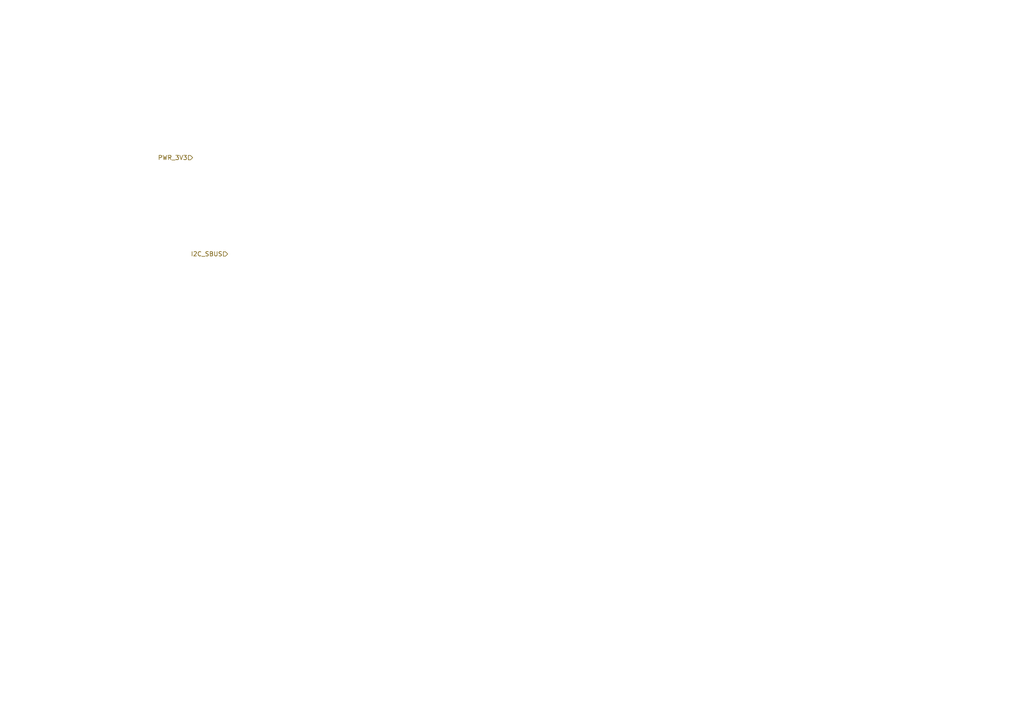
<source format=kicad_sch>
(kicad_sch
	(version 20231120)
	(generator "eeschema")
	(generator_version "8.0")
	(uuid "ed8c5efd-9bb8-4002-b6c0-a3f7cf0fb23b")
	(paper "A4")
	(title_block
		(date "2025-01-04")
	)
	(lib_symbols)
	(hierarchical_label "I2C_SBUS"
		(shape input)
		(at 66.04 73.66 180)
		(fields_autoplaced yes)
		(effects
			(font
				(size 1.27 1.27)
			)
			(justify right)
		)
		(uuid "b0bfdf30-df68-4bf7-93d4-584a2cfb5455")
	)
	(hierarchical_label "PWR_3V3"
		(shape input)
		(at 55.88 45.72 180)
		(fields_autoplaced yes)
		(effects
			(font
				(size 1.27 1.27)
			)
			(justify right)
		)
		(uuid "f15bad47-5ee5-4a67-bd19-fb06cb858197")
	)
)

</source>
